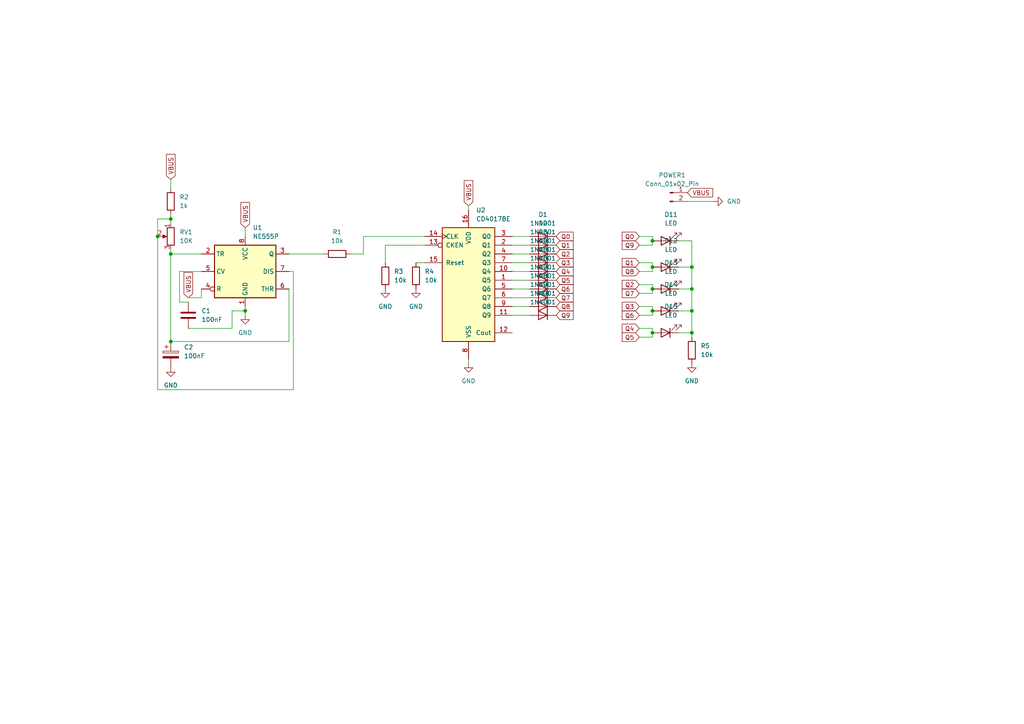
<source format=kicad_sch>
(kicad_sch (version 20230121) (generator eeschema)

  (uuid 1554ed8a-f6d9-4b63-9030-e85647b06d3d)

  (paper "A4")

  (title_block
    (title "KITT THE RULER")
    (date "2023-10-29")
    (rev "1.1")
    (company "Coyote Productions")
  )

  (lib_symbols
    (symbol "4xxx:4017" (pin_names (offset 1.016)) (in_bom yes) (on_board yes)
      (property "Reference" "U" (at -7.62 16.51 0)
        (effects (font (size 1.27 1.27)))
      )
      (property "Value" "4017" (at -7.62 -19.05 0)
        (effects (font (size 1.27 1.27)))
      )
      (property "Footprint" "" (at 0 0 0)
        (effects (font (size 1.27 1.27)) hide)
      )
      (property "Datasheet" "http://www.intersil.com/content/dam/Intersil/documents/cd40/cd4017bms-22bms.pdf" (at 0 0 0)
        (effects (font (size 1.27 1.27)) hide)
      )
      (property "ki_locked" "" (at 0 0 0)
        (effects (font (size 1.27 1.27)))
      )
      (property "ki_keywords" "CNT CNT10" (at 0 0 0)
        (effects (font (size 1.27 1.27)) hide)
      )
      (property "ki_description" "Johnson Counter ( 10 outputs )" (at 0 0 0)
        (effects (font (size 1.27 1.27)) hide)
      )
      (property "ki_fp_filters" "DIP?16*" (at 0 0 0)
        (effects (font (size 1.27 1.27)) hide)
      )
      (symbol "4017_1_0"
        (pin output line (at 12.7 0 180) (length 5.08)
          (name "Q5" (effects (font (size 1.27 1.27))))
          (number "1" (effects (font (size 1.27 1.27))))
        )
        (pin output line (at 12.7 2.54 180) (length 5.08)
          (name "Q4" (effects (font (size 1.27 1.27))))
          (number "10" (effects (font (size 1.27 1.27))))
        )
        (pin output line (at 12.7 -10.16 180) (length 5.08)
          (name "Q9" (effects (font (size 1.27 1.27))))
          (number "11" (effects (font (size 1.27 1.27))))
        )
        (pin output line (at 12.7 -15.24 180) (length 5.08)
          (name "Cout" (effects (font (size 1.27 1.27))))
          (number "12" (effects (font (size 1.27 1.27))))
        )
        (pin input inverted (at -12.7 10.16 0) (length 5.08)
          (name "CKEN" (effects (font (size 1.27 1.27))))
          (number "13" (effects (font (size 1.27 1.27))))
        )
        (pin input clock (at -12.7 12.7 0) (length 5.08)
          (name "CLK" (effects (font (size 1.27 1.27))))
          (number "14" (effects (font (size 1.27 1.27))))
        )
        (pin input line (at -12.7 5.08 0) (length 5.08)
          (name "Reset" (effects (font (size 1.27 1.27))))
          (number "15" (effects (font (size 1.27 1.27))))
        )
        (pin power_in line (at 0 20.32 270) (length 5.08)
          (name "VDD" (effects (font (size 1.27 1.27))))
          (number "16" (effects (font (size 1.27 1.27))))
        )
        (pin output line (at 12.7 10.16 180) (length 5.08)
          (name "Q1" (effects (font (size 1.27 1.27))))
          (number "2" (effects (font (size 1.27 1.27))))
        )
        (pin output line (at 12.7 12.7 180) (length 5.08)
          (name "Q0" (effects (font (size 1.27 1.27))))
          (number "3" (effects (font (size 1.27 1.27))))
        )
        (pin output line (at 12.7 7.62 180) (length 5.08)
          (name "Q2" (effects (font (size 1.27 1.27))))
          (number "4" (effects (font (size 1.27 1.27))))
        )
        (pin output line (at 12.7 -2.54 180) (length 5.08)
          (name "Q6" (effects (font (size 1.27 1.27))))
          (number "5" (effects (font (size 1.27 1.27))))
        )
        (pin output line (at 12.7 -5.08 180) (length 5.08)
          (name "Q7" (effects (font (size 1.27 1.27))))
          (number "6" (effects (font (size 1.27 1.27))))
        )
        (pin output line (at 12.7 5.08 180) (length 5.08)
          (name "Q3" (effects (font (size 1.27 1.27))))
          (number "7" (effects (font (size 1.27 1.27))))
        )
        (pin power_in line (at 0 -22.86 90) (length 5.08)
          (name "VSS" (effects (font (size 1.27 1.27))))
          (number "8" (effects (font (size 1.27 1.27))))
        )
        (pin output line (at 12.7 -7.62 180) (length 5.08)
          (name "Q8" (effects (font (size 1.27 1.27))))
          (number "9" (effects (font (size 1.27 1.27))))
        )
      )
      (symbol "4017_1_1"
        (rectangle (start -7.62 15.24) (end 7.62 -17.78)
          (stroke (width 0.254) (type default))
          (fill (type background))
        )
      )
    )
    (symbol "Connector:Conn_01x02_Pin" (pin_names (offset 1.016) hide) (in_bom yes) (on_board yes)
      (property "Reference" "J" (at 0 2.54 0)
        (effects (font (size 1.27 1.27)))
      )
      (property "Value" "Conn_01x02_Pin" (at 0 -5.08 0)
        (effects (font (size 1.27 1.27)))
      )
      (property "Footprint" "" (at 0 0 0)
        (effects (font (size 1.27 1.27)) hide)
      )
      (property "Datasheet" "~" (at 0 0 0)
        (effects (font (size 1.27 1.27)) hide)
      )
      (property "ki_locked" "" (at 0 0 0)
        (effects (font (size 1.27 1.27)))
      )
      (property "ki_keywords" "connector" (at 0 0 0)
        (effects (font (size 1.27 1.27)) hide)
      )
      (property "ki_description" "Generic connector, single row, 01x02, script generated" (at 0 0 0)
        (effects (font (size 1.27 1.27)) hide)
      )
      (property "ki_fp_filters" "Connector*:*_1x??_*" (at 0 0 0)
        (effects (font (size 1.27 1.27)) hide)
      )
      (symbol "Conn_01x02_Pin_1_1"
        (polyline
          (pts
            (xy 1.27 -2.54)
            (xy 0.8636 -2.54)
          )
          (stroke (width 0.1524) (type default))
          (fill (type none))
        )
        (polyline
          (pts
            (xy 1.27 0)
            (xy 0.8636 0)
          )
          (stroke (width 0.1524) (type default))
          (fill (type none))
        )
        (rectangle (start 0.8636 -2.413) (end 0 -2.667)
          (stroke (width 0.1524) (type default))
          (fill (type outline))
        )
        (rectangle (start 0.8636 0.127) (end 0 -0.127)
          (stroke (width 0.1524) (type default))
          (fill (type outline))
        )
        (pin passive line (at 5.08 0 180) (length 3.81)
          (name "Pin_1" (effects (font (size 1.27 1.27))))
          (number "1" (effects (font (size 1.27 1.27))))
        )
        (pin passive line (at 5.08 -2.54 180) (length 3.81)
          (name "Pin_2" (effects (font (size 1.27 1.27))))
          (number "2" (effects (font (size 1.27 1.27))))
        )
      )
    )
    (symbol "Device:C" (pin_numbers hide) (pin_names (offset 0.254)) (in_bom yes) (on_board yes)
      (property "Reference" "C" (at 0.635 2.54 0)
        (effects (font (size 1.27 1.27)) (justify left))
      )
      (property "Value" "C" (at 0.635 -2.54 0)
        (effects (font (size 1.27 1.27)) (justify left))
      )
      (property "Footprint" "" (at 0.9652 -3.81 0)
        (effects (font (size 1.27 1.27)) hide)
      )
      (property "Datasheet" "~" (at 0 0 0)
        (effects (font (size 1.27 1.27)) hide)
      )
      (property "ki_keywords" "cap capacitor" (at 0 0 0)
        (effects (font (size 1.27 1.27)) hide)
      )
      (property "ki_description" "Unpolarized capacitor" (at 0 0 0)
        (effects (font (size 1.27 1.27)) hide)
      )
      (property "ki_fp_filters" "C_*" (at 0 0 0)
        (effects (font (size 1.27 1.27)) hide)
      )
      (symbol "C_0_1"
        (polyline
          (pts
            (xy -2.032 -0.762)
            (xy 2.032 -0.762)
          )
          (stroke (width 0.508) (type default))
          (fill (type none))
        )
        (polyline
          (pts
            (xy -2.032 0.762)
            (xy 2.032 0.762)
          )
          (stroke (width 0.508) (type default))
          (fill (type none))
        )
      )
      (symbol "C_1_1"
        (pin passive line (at 0 3.81 270) (length 2.794)
          (name "~" (effects (font (size 1.27 1.27))))
          (number "1" (effects (font (size 1.27 1.27))))
        )
        (pin passive line (at 0 -3.81 90) (length 2.794)
          (name "~" (effects (font (size 1.27 1.27))))
          (number "2" (effects (font (size 1.27 1.27))))
        )
      )
    )
    (symbol "Device:C_Polarized" (pin_numbers hide) (pin_names (offset 0.254)) (in_bom yes) (on_board yes)
      (property "Reference" "C" (at 0.635 2.54 0)
        (effects (font (size 1.27 1.27)) (justify left))
      )
      (property "Value" "C_Polarized" (at 0.635 -2.54 0)
        (effects (font (size 1.27 1.27)) (justify left))
      )
      (property "Footprint" "" (at 0.9652 -3.81 0)
        (effects (font (size 1.27 1.27)) hide)
      )
      (property "Datasheet" "~" (at 0 0 0)
        (effects (font (size 1.27 1.27)) hide)
      )
      (property "ki_keywords" "cap capacitor" (at 0 0 0)
        (effects (font (size 1.27 1.27)) hide)
      )
      (property "ki_description" "Polarized capacitor" (at 0 0 0)
        (effects (font (size 1.27 1.27)) hide)
      )
      (property "ki_fp_filters" "CP_*" (at 0 0 0)
        (effects (font (size 1.27 1.27)) hide)
      )
      (symbol "C_Polarized_0_1"
        (rectangle (start -2.286 0.508) (end 2.286 1.016)
          (stroke (width 0) (type default))
          (fill (type none))
        )
        (polyline
          (pts
            (xy -1.778 2.286)
            (xy -0.762 2.286)
          )
          (stroke (width 0) (type default))
          (fill (type none))
        )
        (polyline
          (pts
            (xy -1.27 2.794)
            (xy -1.27 1.778)
          )
          (stroke (width 0) (type default))
          (fill (type none))
        )
        (rectangle (start 2.286 -0.508) (end -2.286 -1.016)
          (stroke (width 0) (type default))
          (fill (type outline))
        )
      )
      (symbol "C_Polarized_1_1"
        (pin passive line (at 0 3.81 270) (length 2.794)
          (name "~" (effects (font (size 1.27 1.27))))
          (number "1" (effects (font (size 1.27 1.27))))
        )
        (pin passive line (at 0 -3.81 90) (length 2.794)
          (name "~" (effects (font (size 1.27 1.27))))
          (number "2" (effects (font (size 1.27 1.27))))
        )
      )
    )
    (symbol "Device:LED" (pin_numbers hide) (pin_names (offset 1.016) hide) (in_bom yes) (on_board yes)
      (property "Reference" "D" (at 0 2.54 0)
        (effects (font (size 1.27 1.27)))
      )
      (property "Value" "LED" (at 0 -2.54 0)
        (effects (font (size 1.27 1.27)))
      )
      (property "Footprint" "" (at 0 0 0)
        (effects (font (size 1.27 1.27)) hide)
      )
      (property "Datasheet" "~" (at 0 0 0)
        (effects (font (size 1.27 1.27)) hide)
      )
      (property "ki_keywords" "LED diode" (at 0 0 0)
        (effects (font (size 1.27 1.27)) hide)
      )
      (property "ki_description" "Light emitting diode" (at 0 0 0)
        (effects (font (size 1.27 1.27)) hide)
      )
      (property "ki_fp_filters" "LED* LED_SMD:* LED_THT:*" (at 0 0 0)
        (effects (font (size 1.27 1.27)) hide)
      )
      (symbol "LED_0_1"
        (polyline
          (pts
            (xy -1.27 -1.27)
            (xy -1.27 1.27)
          )
          (stroke (width 0.254) (type default))
          (fill (type none))
        )
        (polyline
          (pts
            (xy -1.27 0)
            (xy 1.27 0)
          )
          (stroke (width 0) (type default))
          (fill (type none))
        )
        (polyline
          (pts
            (xy 1.27 -1.27)
            (xy 1.27 1.27)
            (xy -1.27 0)
            (xy 1.27 -1.27)
          )
          (stroke (width 0.254) (type default))
          (fill (type none))
        )
        (polyline
          (pts
            (xy -3.048 -0.762)
            (xy -4.572 -2.286)
            (xy -3.81 -2.286)
            (xy -4.572 -2.286)
            (xy -4.572 -1.524)
          )
          (stroke (width 0) (type default))
          (fill (type none))
        )
        (polyline
          (pts
            (xy -1.778 -0.762)
            (xy -3.302 -2.286)
            (xy -2.54 -2.286)
            (xy -3.302 -2.286)
            (xy -3.302 -1.524)
          )
          (stroke (width 0) (type default))
          (fill (type none))
        )
      )
      (symbol "LED_1_1"
        (pin passive line (at -3.81 0 0) (length 2.54)
          (name "K" (effects (font (size 1.27 1.27))))
          (number "1" (effects (font (size 1.27 1.27))))
        )
        (pin passive line (at 3.81 0 180) (length 2.54)
          (name "A" (effects (font (size 1.27 1.27))))
          (number "2" (effects (font (size 1.27 1.27))))
        )
      )
    )
    (symbol "Device:R" (pin_numbers hide) (pin_names (offset 0)) (in_bom yes) (on_board yes)
      (property "Reference" "R" (at 2.032 0 90)
        (effects (font (size 1.27 1.27)))
      )
      (property "Value" "R" (at 0 0 90)
        (effects (font (size 1.27 1.27)))
      )
      (property "Footprint" "" (at -1.778 0 90)
        (effects (font (size 1.27 1.27)) hide)
      )
      (property "Datasheet" "~" (at 0 0 0)
        (effects (font (size 1.27 1.27)) hide)
      )
      (property "ki_keywords" "R res resistor" (at 0 0 0)
        (effects (font (size 1.27 1.27)) hide)
      )
      (property "ki_description" "Resistor" (at 0 0 0)
        (effects (font (size 1.27 1.27)) hide)
      )
      (property "ki_fp_filters" "R_*" (at 0 0 0)
        (effects (font (size 1.27 1.27)) hide)
      )
      (symbol "R_0_1"
        (rectangle (start -1.016 -2.54) (end 1.016 2.54)
          (stroke (width 0.254) (type default))
          (fill (type none))
        )
      )
      (symbol "R_1_1"
        (pin passive line (at 0 3.81 270) (length 1.27)
          (name "~" (effects (font (size 1.27 1.27))))
          (number "1" (effects (font (size 1.27 1.27))))
        )
        (pin passive line (at 0 -3.81 90) (length 1.27)
          (name "~" (effects (font (size 1.27 1.27))))
          (number "2" (effects (font (size 1.27 1.27))))
        )
      )
    )
    (symbol "Device:R_Potentiometer" (pin_names (offset 1.016) hide) (in_bom yes) (on_board yes)
      (property "Reference" "RV" (at -4.445 0 90)
        (effects (font (size 1.27 1.27)))
      )
      (property "Value" "R_Potentiometer" (at -2.54 0 90)
        (effects (font (size 1.27 1.27)))
      )
      (property "Footprint" "" (at 0 0 0)
        (effects (font (size 1.27 1.27)) hide)
      )
      (property "Datasheet" "~" (at 0 0 0)
        (effects (font (size 1.27 1.27)) hide)
      )
      (property "ki_keywords" "resistor variable" (at 0 0 0)
        (effects (font (size 1.27 1.27)) hide)
      )
      (property "ki_description" "Potentiometer" (at 0 0 0)
        (effects (font (size 1.27 1.27)) hide)
      )
      (property "ki_fp_filters" "Potentiometer*" (at 0 0 0)
        (effects (font (size 1.27 1.27)) hide)
      )
      (symbol "R_Potentiometer_0_1"
        (polyline
          (pts
            (xy 2.54 0)
            (xy 1.524 0)
          )
          (stroke (width 0) (type default))
          (fill (type none))
        )
        (polyline
          (pts
            (xy 1.143 0)
            (xy 2.286 0.508)
            (xy 2.286 -0.508)
            (xy 1.143 0)
          )
          (stroke (width 0) (type default))
          (fill (type outline))
        )
        (rectangle (start 1.016 2.54) (end -1.016 -2.54)
          (stroke (width 0.254) (type default))
          (fill (type none))
        )
      )
      (symbol "R_Potentiometer_1_1"
        (pin passive line (at 0 3.81 270) (length 1.27)
          (name "1" (effects (font (size 1.27 1.27))))
          (number "1" (effects (font (size 1.27 1.27))))
        )
        (pin passive line (at 3.81 0 180) (length 1.27)
          (name "2" (effects (font (size 1.27 1.27))))
          (number "2" (effects (font (size 1.27 1.27))))
        )
        (pin passive line (at 0 -3.81 90) (length 1.27)
          (name "3" (effects (font (size 1.27 1.27))))
          (number "3" (effects (font (size 1.27 1.27))))
        )
      )
    )
    (symbol "Diode:1N4001" (pin_numbers hide) (pin_names hide) (in_bom yes) (on_board yes)
      (property "Reference" "D" (at 0 2.54 0)
        (effects (font (size 1.27 1.27)))
      )
      (property "Value" "1N4001" (at 0 -2.54 0)
        (effects (font (size 1.27 1.27)))
      )
      (property "Footprint" "Diode_THT:D_DO-41_SOD81_P10.16mm_Horizontal" (at 0 0 0)
        (effects (font (size 1.27 1.27)) hide)
      )
      (property "Datasheet" "http://www.vishay.com/docs/88503/1n4001.pdf" (at 0 0 0)
        (effects (font (size 1.27 1.27)) hide)
      )
      (property "Sim.Device" "D" (at 0 0 0)
        (effects (font (size 1.27 1.27)) hide)
      )
      (property "Sim.Pins" "1=K 2=A" (at 0 0 0)
        (effects (font (size 1.27 1.27)) hide)
      )
      (property "ki_keywords" "diode" (at 0 0 0)
        (effects (font (size 1.27 1.27)) hide)
      )
      (property "ki_description" "50V 1A General Purpose Rectifier Diode, DO-41" (at 0 0 0)
        (effects (font (size 1.27 1.27)) hide)
      )
      (property "ki_fp_filters" "D*DO?41*" (at 0 0 0)
        (effects (font (size 1.27 1.27)) hide)
      )
      (symbol "1N4001_0_1"
        (polyline
          (pts
            (xy -1.27 1.27)
            (xy -1.27 -1.27)
          )
          (stroke (width 0.254) (type default))
          (fill (type none))
        )
        (polyline
          (pts
            (xy 1.27 0)
            (xy -1.27 0)
          )
          (stroke (width 0) (type default))
          (fill (type none))
        )
        (polyline
          (pts
            (xy 1.27 1.27)
            (xy 1.27 -1.27)
            (xy -1.27 0)
            (xy 1.27 1.27)
          )
          (stroke (width 0.254) (type default))
          (fill (type none))
        )
      )
      (symbol "1N4001_1_1"
        (pin passive line (at -3.81 0 0) (length 2.54)
          (name "K" (effects (font (size 1.27 1.27))))
          (number "1" (effects (font (size 1.27 1.27))))
        )
        (pin passive line (at 3.81 0 180) (length 2.54)
          (name "A" (effects (font (size 1.27 1.27))))
          (number "2" (effects (font (size 1.27 1.27))))
        )
      )
    )
    (symbol "Timer:NE555P" (in_bom yes) (on_board yes)
      (property "Reference" "U" (at -10.16 8.89 0)
        (effects (font (size 1.27 1.27)) (justify left))
      )
      (property "Value" "NE555P" (at 2.54 8.89 0)
        (effects (font (size 1.27 1.27)) (justify left))
      )
      (property "Footprint" "Package_DIP:DIP-8_W7.62mm" (at 16.51 -10.16 0)
        (effects (font (size 1.27 1.27)) hide)
      )
      (property "Datasheet" "http://www.ti.com/lit/ds/symlink/ne555.pdf" (at 21.59 -10.16 0)
        (effects (font (size 1.27 1.27)) hide)
      )
      (property "ki_keywords" "single timer 555" (at 0 0 0)
        (effects (font (size 1.27 1.27)) hide)
      )
      (property "ki_description" "Precision Timers, 555 compatible,  PDIP-8" (at 0 0 0)
        (effects (font (size 1.27 1.27)) hide)
      )
      (property "ki_fp_filters" "DIP*W7.62mm*" (at 0 0 0)
        (effects (font (size 1.27 1.27)) hide)
      )
      (symbol "NE555P_0_0"
        (pin power_in line (at 0 -10.16 90) (length 2.54)
          (name "GND" (effects (font (size 1.27 1.27))))
          (number "1" (effects (font (size 1.27 1.27))))
        )
        (pin power_in line (at 0 10.16 270) (length 2.54)
          (name "VCC" (effects (font (size 1.27 1.27))))
          (number "8" (effects (font (size 1.27 1.27))))
        )
      )
      (symbol "NE555P_0_1"
        (rectangle (start -8.89 -7.62) (end 8.89 7.62)
          (stroke (width 0.254) (type default))
          (fill (type background))
        )
        (rectangle (start -8.89 -7.62) (end 8.89 7.62)
          (stroke (width 0.254) (type default))
          (fill (type background))
        )
      )
      (symbol "NE555P_1_1"
        (pin input line (at -12.7 5.08 0) (length 3.81)
          (name "TR" (effects (font (size 1.27 1.27))))
          (number "2" (effects (font (size 1.27 1.27))))
        )
        (pin output line (at 12.7 5.08 180) (length 3.81)
          (name "Q" (effects (font (size 1.27 1.27))))
          (number "3" (effects (font (size 1.27 1.27))))
        )
        (pin input inverted (at -12.7 -5.08 0) (length 3.81)
          (name "R" (effects (font (size 1.27 1.27))))
          (number "4" (effects (font (size 1.27 1.27))))
        )
        (pin input line (at -12.7 0 0) (length 3.81)
          (name "CV" (effects (font (size 1.27 1.27))))
          (number "5" (effects (font (size 1.27 1.27))))
        )
        (pin input line (at 12.7 -5.08 180) (length 3.81)
          (name "THR" (effects (font (size 1.27 1.27))))
          (number "6" (effects (font (size 1.27 1.27))))
        )
        (pin input line (at 12.7 0 180) (length 3.81)
          (name "DIS" (effects (font (size 1.27 1.27))))
          (number "7" (effects (font (size 1.27 1.27))))
        )
      )
    )
    (symbol "power:GND" (power) (pin_names (offset 0)) (in_bom yes) (on_board yes)
      (property "Reference" "#PWR" (at 0 -6.35 0)
        (effects (font (size 1.27 1.27)) hide)
      )
      (property "Value" "GND" (at 0 -3.81 0)
        (effects (font (size 1.27 1.27)))
      )
      (property "Footprint" "" (at 0 0 0)
        (effects (font (size 1.27 1.27)) hide)
      )
      (property "Datasheet" "" (at 0 0 0)
        (effects (font (size 1.27 1.27)) hide)
      )
      (property "ki_keywords" "global power" (at 0 0 0)
        (effects (font (size 1.27 1.27)) hide)
      )
      (property "ki_description" "Power symbol creates a global label with name \"GND\" , ground" (at 0 0 0)
        (effects (font (size 1.27 1.27)) hide)
      )
      (symbol "GND_0_1"
        (polyline
          (pts
            (xy 0 0)
            (xy 0 -1.27)
            (xy 1.27 -1.27)
            (xy 0 -2.54)
            (xy -1.27 -1.27)
            (xy 0 -1.27)
          )
          (stroke (width 0) (type default))
          (fill (type none))
        )
      )
      (symbol "GND_1_1"
        (pin power_in line (at 0 0 270) (length 0) hide
          (name "GND" (effects (font (size 1.27 1.27))))
          (number "1" (effects (font (size 1.27 1.27))))
        )
      )
    )
  )

  (junction (at 200.66 77.47) (diameter 0) (color 0 0 0 0)
    (uuid 0d6c7df9-c19b-45e6-846c-f10396f03a0d)
  )
  (junction (at 189.23 69.85) (diameter 0) (color 0 0 0 0)
    (uuid 254be961-be9b-43e6-b7a1-e123de3f6d99)
  )
  (junction (at 189.23 77.47) (diameter 0) (color 0 0 0 0)
    (uuid 3a4dd49d-df43-4f86-a668-b5a8b8456376)
  )
  (junction (at 49.53 63.5) (diameter 0) (color 0 0 0 0)
    (uuid 5bde9483-245d-47d4-b1ec-9770265f944a)
  )
  (junction (at 71.12 90.17) (diameter 0) (color 0 0 0 0)
    (uuid 5e715a58-ebab-4044-9521-7533df94ea3b)
  )
  (junction (at 189.23 96.52) (diameter 0) (color 0 0 0 0)
    (uuid 68613e6d-db9d-4917-8fc5-8c2d7e727e43)
  )
  (junction (at 200.66 96.52) (diameter 0) (color 0 0 0 0)
    (uuid 715e7dd9-e687-45a2-9626-35e1a841eea7)
  )
  (junction (at 49.53 99.06) (diameter 0) (color 0 0 0 0)
    (uuid 7e39aabf-4e06-40d6-a83d-9801d260c1ae)
  )
  (junction (at 49.53 73.66) (diameter 0) (color 0 0 0 0)
    (uuid 7efa2f12-d26a-4af7-a8ee-bb6818ff8158)
  )
  (junction (at 200.66 83.82) (diameter 0) (color 0 0 0 0)
    (uuid 83bd0570-fdb3-4eb4-86e1-3a45ab367f15)
  )
  (junction (at 45.72 68.58) (diameter 0) (color 0 0 0 0)
    (uuid 9544ae74-9bbe-48ca-b802-7d7298912bc3)
  )
  (junction (at 200.66 90.17) (diameter 0) (color 0 0 0 0)
    (uuid adec10e2-dc54-4776-b347-3f4f92282843)
  )
  (junction (at 189.23 83.82) (diameter 0) (color 0 0 0 0)
    (uuid c4cfb823-e8c0-43fd-8994-537c147a88d7)
  )
  (junction (at 189.23 90.17) (diameter 0) (color 0 0 0 0)
    (uuid e4e9e2ba-53cf-48a1-a383-bb8e310e562d)
  )

  (wire (pts (xy 49.53 52.07) (xy 49.53 54.61))
    (stroke (width 0) (type default))
    (uuid 02ef866e-1263-459d-b1c6-ecda2d1727b4)
  )
  (wire (pts (xy 83.82 83.82) (xy 83.82 99.06))
    (stroke (width 0) (type default))
    (uuid 052f4eb8-35d4-46d3-b430-07cc682ed5a1)
  )
  (wire (pts (xy 45.72 68.58) (xy 45.72 113.03))
    (stroke (width 0) (type default))
    (uuid 09d881d3-6771-4272-a908-6d46e9e4fd1d)
  )
  (wire (pts (xy 45.72 113.03) (xy 85.09 113.03))
    (stroke (width 0) (type default))
    (uuid 10af7624-b371-4605-bddb-71193950a845)
  )
  (wire (pts (xy 196.85 69.85) (xy 200.66 69.85))
    (stroke (width 0) (type default))
    (uuid 13b19dab-20f8-46ed-a058-f52954d51205)
  )
  (wire (pts (xy 185.42 68.58) (xy 189.23 68.58))
    (stroke (width 0) (type default))
    (uuid 1d6b5eac-0730-4189-947c-51d92d30f75f)
  )
  (wire (pts (xy 185.42 82.55) (xy 189.23 82.55))
    (stroke (width 0) (type default))
    (uuid 1f5645e3-a949-4a53-9fba-6dab9d45be9f)
  )
  (wire (pts (xy 189.23 95.25) (xy 189.23 96.52))
    (stroke (width 0) (type default))
    (uuid 200b7a46-ae5a-4fb7-b0f2-955e833ceaf8)
  )
  (wire (pts (xy 123.19 76.2) (xy 120.65 76.2))
    (stroke (width 0) (type default))
    (uuid 23795ec9-c131-4fa8-a258-12b0a444db24)
  )
  (wire (pts (xy 185.42 97.79) (xy 189.23 97.79))
    (stroke (width 0) (type default))
    (uuid 2a35f49a-bfbf-4fdf-93bf-fcf9e3e56110)
  )
  (wire (pts (xy 185.42 76.2) (xy 189.23 76.2))
    (stroke (width 0) (type default))
    (uuid 2ae41fd1-65e5-447d-a30c-0a61afafb2b5)
  )
  (wire (pts (xy 101.6 73.66) (xy 105.41 73.66))
    (stroke (width 0) (type default))
    (uuid 2f925807-2b12-476d-85f8-7761b80396c9)
  )
  (wire (pts (xy 196.85 77.47) (xy 200.66 77.47))
    (stroke (width 0) (type default))
    (uuid 32e25975-8f22-497a-84cb-810518b4577c)
  )
  (wire (pts (xy 85.09 78.74) (xy 83.82 78.74))
    (stroke (width 0) (type default))
    (uuid 353650c3-9883-4781-955a-0600a2e4ff3b)
  )
  (wire (pts (xy 153.67 86.36) (xy 148.59 86.36))
    (stroke (width 0) (type default))
    (uuid 377c001d-e310-47f6-8d76-8057f6e85967)
  )
  (wire (pts (xy 189.23 91.44) (xy 189.23 90.17))
    (stroke (width 0) (type default))
    (uuid 37b64233-99de-481d-8691-b59d6dcf715a)
  )
  (wire (pts (xy 45.72 63.5) (xy 49.53 63.5))
    (stroke (width 0) (type default))
    (uuid 3c29d736-d6b5-45eb-921b-5f22628fd664)
  )
  (wire (pts (xy 189.23 71.12) (xy 189.23 69.85))
    (stroke (width 0) (type default))
    (uuid 3fa345b1-680a-4733-b219-8cb4b21ae3a5)
  )
  (wire (pts (xy 49.53 72.39) (xy 49.53 73.66))
    (stroke (width 0) (type default))
    (uuid 40220bd0-f4df-43e0-bea5-f53f20b6e38b)
  )
  (wire (pts (xy 135.89 59.69) (xy 135.89 60.96))
    (stroke (width 0) (type default))
    (uuid 43d5ae19-0304-4602-a0b3-1208e0b571d7)
  )
  (wire (pts (xy 196.85 90.17) (xy 200.66 90.17))
    (stroke (width 0) (type default))
    (uuid 47f4777f-d553-4fa0-9341-15081cdc514b)
  )
  (wire (pts (xy 189.23 85.09) (xy 189.23 83.82))
    (stroke (width 0) (type default))
    (uuid 49031b0a-559d-4971-97ab-7a666988a9e6)
  )
  (wire (pts (xy 67.31 95.25) (xy 67.31 90.17))
    (stroke (width 0) (type default))
    (uuid 4e51ed76-b431-4a96-8aa0-6edbe8e3be5d)
  )
  (wire (pts (xy 49.53 73.66) (xy 58.42 73.66))
    (stroke (width 0) (type default))
    (uuid 52f664ca-57c9-4e11-9a5b-cf621b39725d)
  )
  (wire (pts (xy 207.01 58.42) (xy 199.39 58.42))
    (stroke (width 0) (type default))
    (uuid 5a743d12-b5c4-4064-8290-ebb3f26649ee)
  )
  (wire (pts (xy 49.53 99.06) (xy 49.53 73.66))
    (stroke (width 0) (type default))
    (uuid 5eaab584-695d-4540-b0b8-3bd64703c742)
  )
  (wire (pts (xy 49.53 99.06) (xy 83.82 99.06))
    (stroke (width 0) (type default))
    (uuid 622c7535-2bde-4dc3-b408-2c99ca065003)
  )
  (wire (pts (xy 153.67 71.12) (xy 148.59 71.12))
    (stroke (width 0) (type default))
    (uuid 6724c3a9-f624-4703-af64-4125a00879b2)
  )
  (wire (pts (xy 153.67 83.82) (xy 148.59 83.82))
    (stroke (width 0) (type default))
    (uuid 6ddaefde-ad2f-4e33-b4fd-24a1882d9a95)
  )
  (wire (pts (xy 153.67 68.58) (xy 148.59 68.58))
    (stroke (width 0) (type default))
    (uuid 73611ac6-7936-470e-a107-5e7987cc7bc5)
  )
  (wire (pts (xy 189.23 78.74) (xy 189.23 77.47))
    (stroke (width 0) (type default))
    (uuid 7e40223e-8421-4789-b800-b9df37670f67)
  )
  (wire (pts (xy 189.23 82.55) (xy 189.23 83.82))
    (stroke (width 0) (type default))
    (uuid 800f3b48-7849-45b2-9b27-2ad818312d93)
  )
  (wire (pts (xy 153.67 78.74) (xy 148.59 78.74))
    (stroke (width 0) (type default))
    (uuid 83153d21-6825-4c87-8a27-1fd9263c7385)
  )
  (wire (pts (xy 189.23 76.2) (xy 189.23 77.47))
    (stroke (width 0) (type default))
    (uuid 89e51de2-5ef8-440d-9416-79220fa77b38)
  )
  (wire (pts (xy 111.76 71.12) (xy 111.76 76.2))
    (stroke (width 0) (type default))
    (uuid 8a09d35b-5ac3-474c-bb00-31829a33388a)
  )
  (wire (pts (xy 71.12 91.44) (xy 71.12 90.17))
    (stroke (width 0) (type default))
    (uuid 8be8ffa0-235f-4dce-91e2-c5fe046b3f46)
  )
  (wire (pts (xy 196.85 83.82) (xy 200.66 83.82))
    (stroke (width 0) (type default))
    (uuid 8de19ebc-369b-4ff7-8e67-e60065ca3344)
  )
  (wire (pts (xy 85.09 113.03) (xy 85.09 78.74))
    (stroke (width 0) (type default))
    (uuid 8ee8a1fc-6317-4f64-8e2f-970ba0d25340)
  )
  (wire (pts (xy 105.41 68.58) (xy 105.41 73.66))
    (stroke (width 0) (type default))
    (uuid 90089388-347d-44ea-8395-99526d37dfec)
  )
  (wire (pts (xy 45.72 68.58) (xy 45.72 63.5))
    (stroke (width 0) (type default))
    (uuid 913b65a6-be7e-4d55-9db1-2c77bae152f7)
  )
  (wire (pts (xy 153.67 76.2) (xy 148.59 76.2))
    (stroke (width 0) (type default))
    (uuid 96fe0db3-479d-424e-a75a-9f326f830ff9)
  )
  (wire (pts (xy 200.66 83.82) (xy 200.66 90.17))
    (stroke (width 0) (type default))
    (uuid 985016a2-22f2-4048-a917-44f3b109513c)
  )
  (wire (pts (xy 153.67 91.44) (xy 148.59 91.44))
    (stroke (width 0) (type default))
    (uuid a3443784-e36e-414d-b45c-d65b0bd70f2e)
  )
  (wire (pts (xy 185.42 71.12) (xy 189.23 71.12))
    (stroke (width 0) (type default))
    (uuid aa488064-2cc1-414d-be57-e633e17da3b6)
  )
  (wire (pts (xy 189.23 97.79) (xy 189.23 96.52))
    (stroke (width 0) (type default))
    (uuid ab7d5583-8b79-4698-96f0-8ed888844bab)
  )
  (wire (pts (xy 185.42 95.25) (xy 189.23 95.25))
    (stroke (width 0) (type default))
    (uuid ac7896ac-333f-41d6-adb7-8c1e8a663ee0)
  )
  (wire (pts (xy 111.76 71.12) (xy 123.19 71.12))
    (stroke (width 0) (type default))
    (uuid b222268d-e4fc-4840-89c0-76412020b5ab)
  )
  (wire (pts (xy 71.12 66.04) (xy 71.12 68.58))
    (stroke (width 0) (type default))
    (uuid b42465e3-1a3f-49d0-8986-805f8980bb9e)
  )
  (wire (pts (xy 54.61 95.25) (xy 67.31 95.25))
    (stroke (width 0) (type default))
    (uuid b6269ff2-0fc8-4b0d-864d-795f60d5e749)
  )
  (wire (pts (xy 49.53 64.77) (xy 49.53 63.5))
    (stroke (width 0) (type default))
    (uuid b768c9d1-98e4-48a0-8554-15b15f49c10e)
  )
  (wire (pts (xy 185.42 85.09) (xy 189.23 85.09))
    (stroke (width 0) (type default))
    (uuid b91bedeb-82d4-4cee-9519-bb7d0d045198)
  )
  (wire (pts (xy 185.42 78.74) (xy 189.23 78.74))
    (stroke (width 0) (type default))
    (uuid bd39aa17-f721-4f99-8d43-d93f1d699401)
  )
  (wire (pts (xy 185.42 91.44) (xy 189.23 91.44))
    (stroke (width 0) (type default))
    (uuid bd871ae1-7d38-4b84-a296-fce654b800c1)
  )
  (wire (pts (xy 49.53 63.5) (xy 49.53 62.23))
    (stroke (width 0) (type default))
    (uuid bea6cd6d-ffdb-458b-99b3-f22ebae5ea66)
  )
  (wire (pts (xy 58.42 86.36) (xy 58.42 83.82))
    (stroke (width 0) (type default))
    (uuid c13a30f6-d982-48ea-acb1-3345b754bb77)
  )
  (wire (pts (xy 153.67 81.28) (xy 148.59 81.28))
    (stroke (width 0) (type default))
    (uuid c3e98a01-8212-44ae-ba37-75bc3ea165a2)
  )
  (wire (pts (xy 153.67 73.66) (xy 148.59 73.66))
    (stroke (width 0) (type default))
    (uuid c510b7aa-d54d-402b-bac7-621dbb314c48)
  )
  (wire (pts (xy 71.12 90.17) (xy 71.12 88.9))
    (stroke (width 0) (type default))
    (uuid c563a9dd-f02b-42d2-973b-9f449f17d9fc)
  )
  (wire (pts (xy 196.85 96.52) (xy 200.66 96.52))
    (stroke (width 0) (type default))
    (uuid d069e3f8-6588-480a-ab16-d902ea7b1250)
  )
  (wire (pts (xy 200.66 96.52) (xy 200.66 97.79))
    (stroke (width 0) (type default))
    (uuid d335ca39-3717-457c-92d8-704e46a3b74d)
  )
  (wire (pts (xy 135.89 105.41) (xy 135.89 104.14))
    (stroke (width 0) (type default))
    (uuid d7e98225-3d77-446e-8d35-a908aaf45ea5)
  )
  (wire (pts (xy 189.23 88.9) (xy 189.23 90.17))
    (stroke (width 0) (type default))
    (uuid d818e290-251a-4ebc-a8f9-00dd599b3d41)
  )
  (wire (pts (xy 58.42 78.74) (xy 52.07 78.74))
    (stroke (width 0) (type default))
    (uuid de430157-9392-4ffe-a929-3eefe889f74a)
  )
  (wire (pts (xy 200.66 69.85) (xy 200.66 77.47))
    (stroke (width 0) (type default))
    (uuid dee9247d-50de-45c8-9ee3-7e1283c65bdb)
  )
  (wire (pts (xy 67.31 90.17) (xy 71.12 90.17))
    (stroke (width 0) (type default))
    (uuid e05f8a30-34ad-4635-b865-7dac45e2b35c)
  )
  (wire (pts (xy 54.61 86.36) (xy 58.42 86.36))
    (stroke (width 0) (type default))
    (uuid e38ffa9c-b055-4f63-9ee5-ecb337d0da46)
  )
  (wire (pts (xy 52.07 78.74) (xy 52.07 87.63))
    (stroke (width 0) (type default))
    (uuid e7548f6b-adc1-43cb-921e-d637a26cb913)
  )
  (wire (pts (xy 153.67 88.9) (xy 148.59 88.9))
    (stroke (width 0) (type default))
    (uuid f1dc8f22-0e32-4f91-8a12-816af70ce832)
  )
  (wire (pts (xy 123.19 68.58) (xy 105.41 68.58))
    (stroke (width 0) (type default))
    (uuid f25c4414-d3df-491e-95fe-cd61eac28fb2)
  )
  (wire (pts (xy 189.23 68.58) (xy 189.23 69.85))
    (stroke (width 0) (type default))
    (uuid f7b05eaa-e2ef-46b0-a2aa-d4511bdcca43)
  )
  (wire (pts (xy 200.66 77.47) (xy 200.66 83.82))
    (stroke (width 0) (type default))
    (uuid f9797a29-a544-4348-9a41-83e9a136be6c)
  )
  (wire (pts (xy 52.07 87.63) (xy 54.61 87.63))
    (stroke (width 0) (type default))
    (uuid fa024608-d244-447a-8b23-18c7c6c4fc38)
  )
  (wire (pts (xy 185.42 88.9) (xy 189.23 88.9))
    (stroke (width 0) (type default))
    (uuid fbe767f6-5d2b-4dfb-ba9b-2cc925079f28)
  )
  (wire (pts (xy 200.66 90.17) (xy 200.66 96.52))
    (stroke (width 0) (type default))
    (uuid fd0f4bf6-c91c-433c-b465-967797c6e30c)
  )
  (wire (pts (xy 83.82 73.66) (xy 93.98 73.66))
    (stroke (width 0) (type default))
    (uuid feb00ebe-d504-446f-acc0-8f580fb1ca30)
  )

  (global_label "Q0" (shape input) (at 185.42 68.58 180) (fields_autoplaced)
    (effects (font (size 1.27 1.27)) (justify right))
    (uuid 012e3fc4-d733-49b1-a015-901a37001422)
    (property "Intersheetrefs" "${INTERSHEET_REFS}" (at 179.8948 68.58 0)
      (effects (font (size 1.27 1.27)) (justify right) hide)
    )
  )
  (global_label "Q4" (shape input) (at 185.42 95.25 180) (fields_autoplaced)
    (effects (font (size 1.27 1.27)) (justify right))
    (uuid 09656a39-4887-4981-974e-930583080a04)
    (property "Intersheetrefs" "${INTERSHEET_REFS}" (at 179.8948 95.25 0)
      (effects (font (size 1.27 1.27)) (justify right) hide)
    )
  )
  (global_label "VBUS" (shape input) (at 71.12 66.04 90) (fields_autoplaced)
    (effects (font (size 1.27 1.27)) (justify left))
    (uuid 17fec655-8fcb-4a95-9017-576573f216f2)
    (property "Intersheetrefs" "${INTERSHEET_REFS}" (at 71.12 58.1562 90)
      (effects (font (size 1.27 1.27)) (justify left) hide)
    )
  )
  (global_label "VBUS" (shape input) (at 49.53 52.07 90) (fields_autoplaced)
    (effects (font (size 1.27 1.27)) (justify left))
    (uuid 1fec4619-93d5-43a3-b403-08c059994962)
    (property "Intersheetrefs" "${INTERSHEET_REFS}" (at 49.53 44.1862 90)
      (effects (font (size 1.27 1.27)) (justify left) hide)
    )
  )
  (global_label "Q9" (shape input) (at 161.29 91.44 0) (fields_autoplaced)
    (effects (font (size 1.27 1.27)) (justify left))
    (uuid 2503269d-d1e8-40a7-8c7a-20b49ad8582a)
    (property "Intersheetrefs" "${INTERSHEET_REFS}" (at 166.8152 91.44 0)
      (effects (font (size 1.27 1.27)) (justify left) hide)
    )
  )
  (global_label "VBUS" (shape input) (at 199.39 55.88 0) (fields_autoplaced)
    (effects (font (size 1.27 1.27)) (justify left))
    (uuid 2e87d58f-c842-466f-87cf-5db857131ebf)
    (property "Intersheetrefs" "${INTERSHEET_REFS}" (at 207.2738 55.88 0)
      (effects (font (size 1.27 1.27)) (justify left) hide)
    )
  )
  (global_label "Q2" (shape input) (at 185.42 82.55 180) (fields_autoplaced)
    (effects (font (size 1.27 1.27)) (justify right))
    (uuid 333c2203-c5be-474c-b02e-60798b3a19be)
    (property "Intersheetrefs" "${INTERSHEET_REFS}" (at 179.8948 82.55 0)
      (effects (font (size 1.27 1.27)) (justify right) hide)
    )
  )
  (global_label "Q0" (shape input) (at 161.29 68.58 0) (fields_autoplaced)
    (effects (font (size 1.27 1.27)) (justify left))
    (uuid 3869c512-cbd0-4e55-8cde-85f49a0b54bf)
    (property "Intersheetrefs" "${INTERSHEET_REFS}" (at 166.8152 68.58 0)
      (effects (font (size 1.27 1.27)) (justify left) hide)
    )
  )
  (global_label "Q9" (shape input) (at 185.42 71.12 180) (fields_autoplaced)
    (effects (font (size 1.27 1.27)) (justify right))
    (uuid 3967f46f-780e-4bde-ab6b-3cdb480ad80b)
    (property "Intersheetrefs" "${INTERSHEET_REFS}" (at 179.8948 71.12 0)
      (effects (font (size 1.27 1.27)) (justify right) hide)
    )
  )
  (global_label "Q1" (shape input) (at 161.29 71.12 0) (fields_autoplaced)
    (effects (font (size 1.27 1.27)) (justify left))
    (uuid 57a61a45-141e-4394-81bc-11fd3d3ce369)
    (property "Intersheetrefs" "${INTERSHEET_REFS}" (at 166.8152 71.12 0)
      (effects (font (size 1.27 1.27)) (justify left) hide)
    )
  )
  (global_label "Q7" (shape input) (at 185.42 85.09 180) (fields_autoplaced)
    (effects (font (size 1.27 1.27)) (justify right))
    (uuid 5d6e0d3b-81c7-40c6-85ad-df1c932f963c)
    (property "Intersheetrefs" "${INTERSHEET_REFS}" (at 179.8948 85.09 0)
      (effects (font (size 1.27 1.27)) (justify right) hide)
    )
  )
  (global_label "Q3" (shape input) (at 185.42 88.9 180) (fields_autoplaced)
    (effects (font (size 1.27 1.27)) (justify right))
    (uuid 655de629-ae82-47df-b90a-b0ba9c38855e)
    (property "Intersheetrefs" "${INTERSHEET_REFS}" (at 179.8948 88.9 0)
      (effects (font (size 1.27 1.27)) (justify right) hide)
    )
  )
  (global_label "Q3" (shape input) (at 161.29 76.2 0) (fields_autoplaced)
    (effects (font (size 1.27 1.27)) (justify left))
    (uuid 701c0ac8-77be-46d7-a125-217040b39e01)
    (property "Intersheetrefs" "${INTERSHEET_REFS}" (at 166.8152 76.2 0)
      (effects (font (size 1.27 1.27)) (justify left) hide)
    )
  )
  (global_label "Q8" (shape input) (at 161.29 88.9 0) (fields_autoplaced)
    (effects (font (size 1.27 1.27)) (justify left))
    (uuid 749915b7-eeee-4421-adc2-72d4ed5423f2)
    (property "Intersheetrefs" "${INTERSHEET_REFS}" (at 166.8152 88.9 0)
      (effects (font (size 1.27 1.27)) (justify left) hide)
    )
  )
  (global_label "Q6" (shape input) (at 185.42 91.44 180) (fields_autoplaced)
    (effects (font (size 1.27 1.27)) (justify right))
    (uuid 7e2b3223-c1d0-4ecb-b68b-7e775eff191b)
    (property "Intersheetrefs" "${INTERSHEET_REFS}" (at 179.8948 91.44 0)
      (effects (font (size 1.27 1.27)) (justify right) hide)
    )
  )
  (global_label "Q6" (shape input) (at 161.29 83.82 0) (fields_autoplaced)
    (effects (font (size 1.27 1.27)) (justify left))
    (uuid 84d36088-9bc3-4aae-8e41-276d60e2f5f4)
    (property "Intersheetrefs" "${INTERSHEET_REFS}" (at 166.8152 83.82 0)
      (effects (font (size 1.27 1.27)) (justify left) hide)
    )
  )
  (global_label "Q8" (shape input) (at 185.42 78.74 180) (fields_autoplaced)
    (effects (font (size 1.27 1.27)) (justify right))
    (uuid 874ee008-b963-43c3-bc04-b5bcd53291d4)
    (property "Intersheetrefs" "${INTERSHEET_REFS}" (at 179.8948 78.74 0)
      (effects (font (size 1.27 1.27)) (justify right) hide)
    )
  )
  (global_label "VBUS" (shape input) (at 135.89 59.69 90) (fields_autoplaced)
    (effects (font (size 1.27 1.27)) (justify left))
    (uuid 920d55d6-1944-4a70-9cde-994d6320ec26)
    (property "Intersheetrefs" "${INTERSHEET_REFS}" (at 135.89 51.8062 90)
      (effects (font (size 1.27 1.27)) (justify left) hide)
    )
  )
  (global_label "Q5" (shape input) (at 161.29 81.28 0) (fields_autoplaced)
    (effects (font (size 1.27 1.27)) (justify left))
    (uuid 92af5d11-d6ae-4a7d-b5d5-258b35eee248)
    (property "Intersheetrefs" "${INTERSHEET_REFS}" (at 166.8152 81.28 0)
      (effects (font (size 1.27 1.27)) (justify left) hide)
    )
  )
  (global_label "Q2" (shape input) (at 161.29 73.66 0) (fields_autoplaced)
    (effects (font (size 1.27 1.27)) (justify left))
    (uuid 9b78f0a1-357d-4647-8d5c-213283f1fe33)
    (property "Intersheetrefs" "${INTERSHEET_REFS}" (at 166.8152 73.66 0)
      (effects (font (size 1.27 1.27)) (justify left) hide)
    )
  )
  (global_label "Q5" (shape input) (at 185.42 97.79 180) (fields_autoplaced)
    (effects (font (size 1.27 1.27)) (justify right))
    (uuid a9b93213-70c6-4000-8565-1bf05362f6dc)
    (property "Intersheetrefs" "${INTERSHEET_REFS}" (at 179.8948 97.79 0)
      (effects (font (size 1.27 1.27)) (justify right) hide)
    )
  )
  (global_label "Q7" (shape input) (at 161.29 86.36 0) (fields_autoplaced)
    (effects (font (size 1.27 1.27)) (justify left))
    (uuid b05a5332-18b5-4fef-9eee-49415da9c811)
    (property "Intersheetrefs" "${INTERSHEET_REFS}" (at 166.8152 86.36 0)
      (effects (font (size 1.27 1.27)) (justify left) hide)
    )
  )
  (global_label "VBUS" (shape input) (at 54.61 86.36 90) (fields_autoplaced)
    (effects (font (size 1.27 1.27)) (justify left))
    (uuid b72881c9-fbe7-47fc-8962-e0d9cc54cb1c)
    (property "Intersheetrefs" "${INTERSHEET_REFS}" (at 54.61 78.4762 90)
      (effects (font (size 1.27 1.27)) (justify left) hide)
    )
  )
  (global_label "Q4" (shape input) (at 161.29 78.74 0) (fields_autoplaced)
    (effects (font (size 1.27 1.27)) (justify left))
    (uuid c64c3470-435f-4443-92e3-a0e7a42f9c3f)
    (property "Intersheetrefs" "${INTERSHEET_REFS}" (at 166.8152 78.74 0)
      (effects (font (size 1.27 1.27)) (justify left) hide)
    )
  )
  (global_label "Q1" (shape input) (at 185.42 76.2 180) (fields_autoplaced)
    (effects (font (size 1.27 1.27)) (justify right))
    (uuid cac130b6-6675-46fc-9af9-b7c3d06a129a)
    (property "Intersheetrefs" "${INTERSHEET_REFS}" (at 179.8948 76.2 0)
      (effects (font (size 1.27 1.27)) (justify right) hide)
    )
  )

  (symbol (lib_id "Diode:1N4001") (at 157.48 73.66 180) (unit 1)
    (in_bom yes) (on_board yes) (dnp no) (fields_autoplaced)
    (uuid 0e4cb8a9-4a91-4a17-a12f-fafb120f7654)
    (property "Reference" "D3" (at 157.48 67.31 0)
      (effects (font (size 1.27 1.27)))
    )
    (property "Value" "1N4001" (at 157.48 69.85 0)
      (effects (font (size 1.27 1.27)))
    )
    (property "Footprint" "Diode_THT:D_DO-41_SOD81_P10.16mm_Horizontal" (at 157.48 73.66 0)
      (effects (font (size 1.27 1.27)) hide)
    )
    (property "Datasheet" "http://www.vishay.com/docs/88503/1n4001.pdf" (at 157.48 73.66 0)
      (effects (font (size 1.27 1.27)) hide)
    )
    (property "Sim.Device" "D" (at 157.48 73.66 0)
      (effects (font (size 1.27 1.27)) hide)
    )
    (property "Sim.Pins" "1=K 2=A" (at 157.48 73.66 0)
      (effects (font (size 1.27 1.27)) hide)
    )
    (pin "1" (uuid b0900e52-2dcc-4879-95a7-6894c1e1e0d4))
    (pin "2" (uuid ab5af732-71b3-4e0c-85c4-51432fd5dfc7))
    (instances
      (project "kitt-sweeper"
        (path "/1554ed8a-f6d9-4b63-9030-e85647b06d3d"
          (reference "D3") (unit 1)
        )
      )
    )
  )

  (symbol (lib_id "Device:LED") (at 193.04 90.17 180) (unit 1)
    (in_bom yes) (on_board yes) (dnp no)
    (uuid 2c3eba7e-e024-4f6f-99d8-b162696538a5)
    (property "Reference" "D14" (at 194.6275 82.55 0)
      (effects (font (size 1.27 1.27)))
    )
    (property "Value" "LED" (at 194.6275 85.09 0)
      (effects (font (size 1.27 1.27)))
    )
    (property "Footprint" "LED_THT:LED_D3.0mm" (at 193.04 90.17 0)
      (effects (font (size 1.27 1.27)) hide)
    )
    (property "Datasheet" "~" (at 193.04 90.17 0)
      (effects (font (size 1.27 1.27)) hide)
    )
    (pin "1" (uuid 8fd15a29-44d3-41e7-8545-a7aec8e34232))
    (pin "2" (uuid a5f731d1-6c07-44ed-926a-bcfd29d228c7))
    (instances
      (project "kitt-sweeper"
        (path "/1554ed8a-f6d9-4b63-9030-e85647b06d3d"
          (reference "D14") (unit 1)
        )
      )
    )
  )

  (symbol (lib_id "power:GND") (at 207.01 58.42 90) (unit 1)
    (in_bom yes) (on_board yes) (dnp no) (fields_autoplaced)
    (uuid 35508cf6-24f4-43e9-91d9-13311450c917)
    (property "Reference" "#PWR04" (at 213.36 58.42 0)
      (effects (font (size 1.27 1.27)) hide)
    )
    (property "Value" "GND" (at 210.82 58.42 90)
      (effects (font (size 1.27 1.27)) (justify right))
    )
    (property "Footprint" "" (at 207.01 58.42 0)
      (effects (font (size 1.27 1.27)) hide)
    )
    (property "Datasheet" "" (at 207.01 58.42 0)
      (effects (font (size 1.27 1.27)) hide)
    )
    (pin "1" (uuid 9f91af44-985b-4288-9605-8d7efe5f6d8c))
    (instances
      (project "kitt-sweeper"
        (path "/1554ed8a-f6d9-4b63-9030-e85647b06d3d"
          (reference "#PWR04") (unit 1)
        )
      )
    )
  )

  (symbol (lib_id "Device:LED") (at 193.04 77.47 180) (unit 1)
    (in_bom yes) (on_board yes) (dnp no) (fields_autoplaced)
    (uuid 3728b6df-4704-4207-8a99-98f62d29a6bd)
    (property "Reference" "D12" (at 194.6275 69.85 0)
      (effects (font (size 1.27 1.27)))
    )
    (property "Value" "LED" (at 194.6275 72.39 0)
      (effects (font (size 1.27 1.27)))
    )
    (property "Footprint" "LED_THT:LED_D3.0mm" (at 193.04 77.47 0)
      (effects (font (size 1.27 1.27)) hide)
    )
    (property "Datasheet" "~" (at 193.04 77.47 0)
      (effects (font (size 1.27 1.27)) hide)
    )
    (pin "1" (uuid 0106ab20-092b-4f20-ac85-476bb79a3cfc))
    (pin "2" (uuid 6f42b2f7-b74d-4f9c-b2eb-1ba628f8d2c0))
    (instances
      (project "kitt-sweeper"
        (path "/1554ed8a-f6d9-4b63-9030-e85647b06d3d"
          (reference "D12") (unit 1)
        )
      )
    )
  )

  (symbol (lib_id "Device:LED") (at 193.04 96.52 180) (unit 1)
    (in_bom yes) (on_board yes) (dnp no) (fields_autoplaced)
    (uuid 4537ee88-ee33-4f2f-af64-dd600fc552b4)
    (property "Reference" "D15" (at 194.6275 88.9 0)
      (effects (font (size 1.27 1.27)))
    )
    (property "Value" "LED" (at 194.6275 91.44 0)
      (effects (font (size 1.27 1.27)))
    )
    (property "Footprint" "LED_THT:LED_D3.0mm" (at 193.04 96.52 0)
      (effects (font (size 1.27 1.27)) hide)
    )
    (property "Datasheet" "~" (at 193.04 96.52 0)
      (effects (font (size 1.27 1.27)) hide)
    )
    (pin "1" (uuid adc11935-be3c-4a81-99c4-0eb7b865e015))
    (pin "2" (uuid f353d876-a7a3-4c07-942c-0353a5e326df))
    (instances
      (project "kitt-sweeper"
        (path "/1554ed8a-f6d9-4b63-9030-e85647b06d3d"
          (reference "D15") (unit 1)
        )
      )
    )
  )

  (symbol (lib_id "Diode:1N4001") (at 157.48 91.44 180) (unit 1)
    (in_bom yes) (on_board yes) (dnp no) (fields_autoplaced)
    (uuid 46b1ac07-c76a-454b-8587-8e486c818a8e)
    (property "Reference" "D10" (at 157.48 85.09 0)
      (effects (font (size 1.27 1.27)))
    )
    (property "Value" "1N4001" (at 157.48 87.63 0)
      (effects (font (size 1.27 1.27)))
    )
    (property "Footprint" "Diode_THT:D_DO-41_SOD81_P10.16mm_Horizontal" (at 157.48 91.44 0)
      (effects (font (size 1.27 1.27)) hide)
    )
    (property "Datasheet" "http://www.vishay.com/docs/88503/1n4001.pdf" (at 157.48 91.44 0)
      (effects (font (size 1.27 1.27)) hide)
    )
    (property "Sim.Device" "D" (at 157.48 91.44 0)
      (effects (font (size 1.27 1.27)) hide)
    )
    (property "Sim.Pins" "1=K 2=A" (at 157.48 91.44 0)
      (effects (font (size 1.27 1.27)) hide)
    )
    (pin "1" (uuid 185d56c2-033a-4012-a1d3-c73dc68827c0))
    (pin "2" (uuid c6ae4f73-0c6c-4a12-8546-7c2fca5baea4))
    (instances
      (project "kitt-sweeper"
        (path "/1554ed8a-f6d9-4b63-9030-e85647b06d3d"
          (reference "D10") (unit 1)
        )
      )
    )
  )

  (symbol (lib_id "Diode:1N4001") (at 157.48 81.28 180) (unit 1)
    (in_bom yes) (on_board yes) (dnp no) (fields_autoplaced)
    (uuid 4b93c8a0-3c2c-4f45-92fa-30b1801a7808)
    (property "Reference" "D6" (at 157.48 74.93 0)
      (effects (font (size 1.27 1.27)))
    )
    (property "Value" "1N4001" (at 157.48 77.47 0)
      (effects (font (size 1.27 1.27)))
    )
    (property "Footprint" "Diode_THT:D_DO-41_SOD81_P10.16mm_Horizontal" (at 157.48 81.28 0)
      (effects (font (size 1.27 1.27)) hide)
    )
    (property "Datasheet" "http://www.vishay.com/docs/88503/1n4001.pdf" (at 157.48 81.28 0)
      (effects (font (size 1.27 1.27)) hide)
    )
    (property "Sim.Device" "D" (at 157.48 81.28 0)
      (effects (font (size 1.27 1.27)) hide)
    )
    (property "Sim.Pins" "1=K 2=A" (at 157.48 81.28 0)
      (effects (font (size 1.27 1.27)) hide)
    )
    (pin "1" (uuid acfdc129-0723-4d91-8ae7-79c990a76221))
    (pin "2" (uuid 28364cf4-7159-48ea-b973-9fe6755f37a4))
    (instances
      (project "kitt-sweeper"
        (path "/1554ed8a-f6d9-4b63-9030-e85647b06d3d"
          (reference "D6") (unit 1)
        )
      )
    )
  )

  (symbol (lib_id "Device:C_Polarized") (at 49.53 102.87 0) (unit 1)
    (in_bom yes) (on_board yes) (dnp no) (fields_autoplaced)
    (uuid 5c296836-80ef-4f06-85a4-fe77121e99d5)
    (property "Reference" "C2" (at 53.34 100.711 0)
      (effects (font (size 1.27 1.27)) (justify left))
    )
    (property "Value" "100nF" (at 53.34 103.251 0)
      (effects (font (size 1.27 1.27)) (justify left))
    )
    (property "Footprint" "Capacitor_THT:CP_Radial_D4.0mm_P1.50mm" (at 50.4952 106.68 0)
      (effects (font (size 1.27 1.27)) hide)
    )
    (property "Datasheet" "~" (at 49.53 102.87 0)
      (effects (font (size 1.27 1.27)) hide)
    )
    (pin "1" (uuid dd08b320-9e92-4809-9aca-f3281be693c8))
    (pin "2" (uuid e5ca7b1d-f92a-464a-be56-662fd2cd4283))
    (instances
      (project "kitt-sweeper"
        (path "/1554ed8a-f6d9-4b63-9030-e85647b06d3d"
          (reference "C2") (unit 1)
        )
      )
    )
  )

  (symbol (lib_id "Diode:1N4001") (at 157.48 68.58 180) (unit 1)
    (in_bom yes) (on_board yes) (dnp no) (fields_autoplaced)
    (uuid 64cea1dd-2713-40f9-be05-045506f64e9c)
    (property "Reference" "D1" (at 157.48 62.23 0)
      (effects (font (size 1.27 1.27)))
    )
    (property "Value" "1N4001" (at 157.48 64.77 0)
      (effects (font (size 1.27 1.27)))
    )
    (property "Footprint" "Diode_THT:D_DO-41_SOD81_P10.16mm_Horizontal" (at 157.48 68.58 0)
      (effects (font (size 1.27 1.27)) hide)
    )
    (property "Datasheet" "http://www.vishay.com/docs/88503/1n4001.pdf" (at 157.48 68.58 0)
      (effects (font (size 1.27 1.27)) hide)
    )
    (property "Sim.Device" "D" (at 157.48 68.58 0)
      (effects (font (size 1.27 1.27)) hide)
    )
    (property "Sim.Pins" "1=K 2=A" (at 157.48 68.58 0)
      (effects (font (size 1.27 1.27)) hide)
    )
    (pin "1" (uuid 1ba43754-3496-4066-b9bf-b35ec7262f7c))
    (pin "2" (uuid 962ce581-af2d-48a2-9897-ba6cd2c2d7c5))
    (instances
      (project "kitt-sweeper"
        (path "/1554ed8a-f6d9-4b63-9030-e85647b06d3d"
          (reference "D1") (unit 1)
        )
      )
    )
  )

  (symbol (lib_id "Device:C") (at 54.61 91.44 0) (unit 1)
    (in_bom yes) (on_board yes) (dnp no) (fields_autoplaced)
    (uuid 688152a6-f22a-4fc3-96f2-beade8a5fb8e)
    (property "Reference" "C1" (at 58.42 90.17 0)
      (effects (font (size 1.27 1.27)) (justify left))
    )
    (property "Value" "100nF" (at 58.42 92.71 0)
      (effects (font (size 1.27 1.27)) (justify left))
    )
    (property "Footprint" "Capacitor_THT:C_Disc_D3.4mm_W2.1mm_P2.50mm" (at 55.5752 95.25 0)
      (effects (font (size 1.27 1.27)) hide)
    )
    (property "Datasheet" "~" (at 54.61 91.44 0)
      (effects (font (size 1.27 1.27)) hide)
    )
    (pin "1" (uuid 97247654-7a9e-45e7-813f-a325cbb88964))
    (pin "2" (uuid bb1e59b4-549d-40dc-b9bd-baddde2c1397))
    (instances
      (project "kitt-sweeper"
        (path "/1554ed8a-f6d9-4b63-9030-e85647b06d3d"
          (reference "C1") (unit 1)
        )
      )
    )
  )

  (symbol (lib_id "power:GND") (at 200.66 105.41 0) (unit 1)
    (in_bom yes) (on_board yes) (dnp no) (fields_autoplaced)
    (uuid 6cf82c1d-fbc3-4975-b520-0e16ad043056)
    (property "Reference" "#PWR010" (at 200.66 111.76 0)
      (effects (font (size 1.27 1.27)) hide)
    )
    (property "Value" "GND" (at 200.66 110.49 0)
      (effects (font (size 1.27 1.27)))
    )
    (property "Footprint" "" (at 200.66 105.41 0)
      (effects (font (size 1.27 1.27)) hide)
    )
    (property "Datasheet" "" (at 200.66 105.41 0)
      (effects (font (size 1.27 1.27)) hide)
    )
    (pin "1" (uuid f3bca2f2-2df4-4ab4-a2e1-8774a0863ec8))
    (instances
      (project "kitt-sweeper"
        (path "/1554ed8a-f6d9-4b63-9030-e85647b06d3d"
          (reference "#PWR010") (unit 1)
        )
      )
    )
  )

  (symbol (lib_id "Connector:Conn_01x02_Pin") (at 194.31 55.88 0) (unit 1)
    (in_bom yes) (on_board yes) (dnp no) (fields_autoplaced)
    (uuid 6faed351-d0c9-435d-9860-3ff8ee29fb50)
    (property "Reference" "POWER1" (at 194.945 50.8 0)
      (effects (font (size 1.27 1.27)))
    )
    (property "Value" "Conn_01x02_Pin" (at 194.945 53.34 0)
      (effects (font (size 1.27 1.27)))
    )
    (property "Footprint" "Connector_Wire:SolderWire-1sqmm_1x02_P5.4mm_D1.4mm_OD2.7mm" (at 194.31 55.88 0)
      (effects (font (size 1.27 1.27)) hide)
    )
    (property "Datasheet" "~" (at 194.31 55.88 0)
      (effects (font (size 1.27 1.27)) hide)
    )
    (pin "1" (uuid c389e428-f285-496e-b24b-aa6a2448c365))
    (pin "2" (uuid 4197f915-6a1a-41e3-a02b-f8b9e1b4438d))
    (instances
      (project "kitt-sweeper"
        (path "/1554ed8a-f6d9-4b63-9030-e85647b06d3d"
          (reference "POWER1") (unit 1)
        )
      )
    )
  )

  (symbol (lib_id "Device:R") (at 120.65 80.01 180) (unit 1)
    (in_bom yes) (on_board yes) (dnp no) (fields_autoplaced)
    (uuid 72457809-ba7e-492b-a018-3ca14548edda)
    (property "Reference" "R4" (at 123.19 78.74 0)
      (effects (font (size 1.27 1.27)) (justify right))
    )
    (property "Value" "10k" (at 123.19 81.28 0)
      (effects (font (size 1.27 1.27)) (justify right))
    )
    (property "Footprint" "Resistor_THT:R_Axial_DIN0207_L6.3mm_D2.5mm_P10.16mm_Horizontal" (at 122.428 80.01 90)
      (effects (font (size 1.27 1.27)) hide)
    )
    (property "Datasheet" "~" (at 120.65 80.01 0)
      (effects (font (size 1.27 1.27)) hide)
    )
    (pin "1" (uuid cd6c7189-db96-43d1-a62a-e7d99109d244))
    (pin "2" (uuid 4e1277fd-3850-4d6c-8ee7-9fd723c6f8b1))
    (instances
      (project "kitt-sweeper"
        (path "/1554ed8a-f6d9-4b63-9030-e85647b06d3d"
          (reference "R4") (unit 1)
        )
      )
    )
  )

  (symbol (lib_id "Device:LED") (at 193.04 83.82 180) (unit 1)
    (in_bom yes) (on_board yes) (dnp no)
    (uuid 7772ba17-9bcd-42cd-b783-ec3257d037f5)
    (property "Reference" "D13" (at 194.6275 76.2 0)
      (effects (font (size 1.27 1.27)))
    )
    (property "Value" "LED" (at 194.6275 78.74 0)
      (effects (font (size 1.27 1.27)))
    )
    (property "Footprint" "LED_THT:LED_D3.0mm" (at 193.04 83.82 0)
      (effects (font (size 1.27 1.27)) hide)
    )
    (property "Datasheet" "~" (at 193.04 83.82 0)
      (effects (font (size 1.27 1.27)) hide)
    )
    (pin "1" (uuid 84b4c5a1-a8c7-465b-8153-6aabb52a9a5f))
    (pin "2" (uuid 8b2bbd1f-4177-45a8-ac52-97b3cb3f3e52))
    (instances
      (project "kitt-sweeper"
        (path "/1554ed8a-f6d9-4b63-9030-e85647b06d3d"
          (reference "D13") (unit 1)
        )
      )
    )
  )

  (symbol (lib_id "power:GND") (at 111.76 83.82 0) (unit 1)
    (in_bom yes) (on_board yes) (dnp no) (fields_autoplaced)
    (uuid 81789739-271f-4320-acbf-34695e2c2536)
    (property "Reference" "#PWR09" (at 111.76 90.17 0)
      (effects (font (size 1.27 1.27)) hide)
    )
    (property "Value" "GND" (at 111.76 88.9 0)
      (effects (font (size 1.27 1.27)))
    )
    (property "Footprint" "" (at 111.76 83.82 0)
      (effects (font (size 1.27 1.27)) hide)
    )
    (property "Datasheet" "" (at 111.76 83.82 0)
      (effects (font (size 1.27 1.27)) hide)
    )
    (pin "1" (uuid 76a9e6b9-3559-461d-a650-37688250c106))
    (instances
      (project "kitt-sweeper"
        (path "/1554ed8a-f6d9-4b63-9030-e85647b06d3d"
          (reference "#PWR09") (unit 1)
        )
      )
    )
  )

  (symbol (lib_id "Device:R") (at 97.79 73.66 270) (unit 1)
    (in_bom yes) (on_board yes) (dnp no) (fields_autoplaced)
    (uuid 965f52ac-f258-452b-8221-13e5dbabcd35)
    (property "Reference" "R1" (at 97.79 67.31 90)
      (effects (font (size 1.27 1.27)))
    )
    (property "Value" "10k" (at 97.79 69.85 90)
      (effects (font (size 1.27 1.27)))
    )
    (property "Footprint" "Resistor_THT:R_Axial_DIN0207_L6.3mm_D2.5mm_P10.16mm_Horizontal" (at 97.79 71.882 90)
      (effects (font (size 1.27 1.27)) hide)
    )
    (property "Datasheet" "~" (at 97.79 73.66 0)
      (effects (font (size 1.27 1.27)) hide)
    )
    (pin "1" (uuid 36cded65-7155-4fed-977c-f5b5f9d888bc))
    (pin "2" (uuid 69a69d07-03ca-4b64-b1a8-ea8b09f79e6b))
    (instances
      (project "kitt-sweeper"
        (path "/1554ed8a-f6d9-4b63-9030-e85647b06d3d"
          (reference "R1") (unit 1)
        )
      )
    )
  )

  (symbol (lib_id "Device:R") (at 49.53 58.42 0) (unit 1)
    (in_bom yes) (on_board yes) (dnp no) (fields_autoplaced)
    (uuid 977335b2-50df-44af-a41f-cfa40ff38c0e)
    (property "Reference" "R2" (at 52.07 57.15 0)
      (effects (font (size 1.27 1.27)) (justify left))
    )
    (property "Value" "1k" (at 52.07 59.69 0)
      (effects (font (size 1.27 1.27)) (justify left))
    )
    (property "Footprint" "Resistor_THT:R_Axial_DIN0207_L6.3mm_D2.5mm_P10.16mm_Horizontal" (at 47.752 58.42 90)
      (effects (font (size 1.27 1.27)) hide)
    )
    (property "Datasheet" "~" (at 49.53 58.42 0)
      (effects (font (size 1.27 1.27)) hide)
    )
    (pin "1" (uuid 3351b856-5836-4ad7-bb8f-36df1080f3d3))
    (pin "2" (uuid 61a6cc07-b24a-4ca7-a6bd-b5b8348b61a5))
    (instances
      (project "kitt-sweeper"
        (path "/1554ed8a-f6d9-4b63-9030-e85647b06d3d"
          (reference "R2") (unit 1)
        )
      )
    )
  )

  (symbol (lib_id "Diode:1N4001") (at 157.48 86.36 180) (unit 1)
    (in_bom yes) (on_board yes) (dnp no) (fields_autoplaced)
    (uuid 9b3263a5-d0b3-4421-8ed0-5d8d4e18a98d)
    (property "Reference" "D8" (at 157.48 80.01 0)
      (effects (font (size 1.27 1.27)))
    )
    (property "Value" "1N4001" (at 157.48 82.55 0)
      (effects (font (size 1.27 1.27)))
    )
    (property "Footprint" "Diode_THT:D_DO-41_SOD81_P10.16mm_Horizontal" (at 157.48 86.36 0)
      (effects (font (size 1.27 1.27)) hide)
    )
    (property "Datasheet" "http://www.vishay.com/docs/88503/1n4001.pdf" (at 157.48 86.36 0)
      (effects (font (size 1.27 1.27)) hide)
    )
    (property "Sim.Device" "D" (at 157.48 86.36 0)
      (effects (font (size 1.27 1.27)) hide)
    )
    (property "Sim.Pins" "1=K 2=A" (at 157.48 86.36 0)
      (effects (font (size 1.27 1.27)) hide)
    )
    (pin "1" (uuid 010f6b1a-8166-4583-8064-88485b7c9133))
    (pin "2" (uuid 1775757e-7591-4194-bfad-8ad5b8549fe0))
    (instances
      (project "kitt-sweeper"
        (path "/1554ed8a-f6d9-4b63-9030-e85647b06d3d"
          (reference "D8") (unit 1)
        )
      )
    )
  )

  (symbol (lib_id "Diode:1N4001") (at 157.48 83.82 180) (unit 1)
    (in_bom yes) (on_board yes) (dnp no) (fields_autoplaced)
    (uuid a0c886cd-a0e4-47c9-8d14-94e28a3c6a39)
    (property "Reference" "D7" (at 157.48 77.47 0)
      (effects (font (size 1.27 1.27)))
    )
    (property "Value" "1N4001" (at 157.48 80.01 0)
      (effects (font (size 1.27 1.27)))
    )
    (property "Footprint" "Diode_THT:D_DO-41_SOD81_P10.16mm_Horizontal" (at 157.48 83.82 0)
      (effects (font (size 1.27 1.27)) hide)
    )
    (property "Datasheet" "http://www.vishay.com/docs/88503/1n4001.pdf" (at 157.48 83.82 0)
      (effects (font (size 1.27 1.27)) hide)
    )
    (property "Sim.Device" "D" (at 157.48 83.82 0)
      (effects (font (size 1.27 1.27)) hide)
    )
    (property "Sim.Pins" "1=K 2=A" (at 157.48 83.82 0)
      (effects (font (size 1.27 1.27)) hide)
    )
    (pin "1" (uuid 06ba270c-e86f-437a-aa1c-dce20500f8fb))
    (pin "2" (uuid 843f0049-28b1-452f-8b60-e6f8dc08a3f7))
    (instances
      (project "kitt-sweeper"
        (path "/1554ed8a-f6d9-4b63-9030-e85647b06d3d"
          (reference "D7") (unit 1)
        )
      )
    )
  )

  (symbol (lib_id "power:GND") (at 49.53 106.68 0) (unit 1)
    (in_bom yes) (on_board yes) (dnp no) (fields_autoplaced)
    (uuid a1db8896-32ae-47bd-bc7e-26b787bf0421)
    (property "Reference" "#PWR08" (at 49.53 113.03 0)
      (effects (font (size 1.27 1.27)) hide)
    )
    (property "Value" "GND" (at 49.53 111.76 0)
      (effects (font (size 1.27 1.27)))
    )
    (property "Footprint" "" (at 49.53 106.68 0)
      (effects (font (size 1.27 1.27)) hide)
    )
    (property "Datasheet" "" (at 49.53 106.68 0)
      (effects (font (size 1.27 1.27)) hide)
    )
    (pin "1" (uuid 2f6dc0b5-ccc4-4e7d-86bd-f36086cc43dd))
    (instances
      (project "kitt-sweeper"
        (path "/1554ed8a-f6d9-4b63-9030-e85647b06d3d"
          (reference "#PWR08") (unit 1)
        )
      )
    )
  )

  (symbol (lib_id "Device:R") (at 200.66 101.6 180) (unit 1)
    (in_bom yes) (on_board yes) (dnp no) (fields_autoplaced)
    (uuid a7f7805e-19c3-4770-8ad4-58c13b586ce9)
    (property "Reference" "R5" (at 203.2 100.33 0)
      (effects (font (size 1.27 1.27)) (justify right))
    )
    (property "Value" "10k" (at 203.2 102.87 0)
      (effects (font (size 1.27 1.27)) (justify right))
    )
    (property "Footprint" "Resistor_THT:R_Axial_DIN0207_L6.3mm_D2.5mm_P10.16mm_Horizontal" (at 202.438 101.6 90)
      (effects (font (size 1.27 1.27)) hide)
    )
    (property "Datasheet" "~" (at 200.66 101.6 0)
      (effects (font (size 1.27 1.27)) hide)
    )
    (pin "1" (uuid 122aba00-20ae-4996-bc0b-cfad9614e900))
    (pin "2" (uuid 8deccf72-fbaf-4e86-942b-d0aab4f06ace))
    (instances
      (project "kitt-sweeper"
        (path "/1554ed8a-f6d9-4b63-9030-e85647b06d3d"
          (reference "R5") (unit 1)
        )
      )
    )
  )

  (symbol (lib_id "Diode:1N4001") (at 157.48 76.2 180) (unit 1)
    (in_bom yes) (on_board yes) (dnp no) (fields_autoplaced)
    (uuid ad7553ec-4e54-45af-9acf-b40c31a5d591)
    (property "Reference" "D4" (at 157.48 69.85 0)
      (effects (font (size 1.27 1.27)))
    )
    (property "Value" "1N4001" (at 157.48 72.39 0)
      (effects (font (size 1.27 1.27)))
    )
    (property "Footprint" "Diode_THT:D_DO-41_SOD81_P10.16mm_Horizontal" (at 157.48 76.2 0)
      (effects (font (size 1.27 1.27)) hide)
    )
    (property "Datasheet" "http://www.vishay.com/docs/88503/1n4001.pdf" (at 157.48 76.2 0)
      (effects (font (size 1.27 1.27)) hide)
    )
    (property "Sim.Device" "D" (at 157.48 76.2 0)
      (effects (font (size 1.27 1.27)) hide)
    )
    (property "Sim.Pins" "1=K 2=A" (at 157.48 76.2 0)
      (effects (font (size 1.27 1.27)) hide)
    )
    (pin "1" (uuid 9210f1c7-f5f7-485a-bce3-f9f920cc01bc))
    (pin "2" (uuid 3a63bc7f-3e3f-45c1-929f-b9a9f0645033))
    (instances
      (project "kitt-sweeper"
        (path "/1554ed8a-f6d9-4b63-9030-e85647b06d3d"
          (reference "D4") (unit 1)
        )
      )
    )
  )

  (symbol (lib_id "power:GND") (at 71.12 91.44 0) (unit 1)
    (in_bom yes) (on_board yes) (dnp no) (fields_autoplaced)
    (uuid ae9e89bc-ba5a-45d5-b567-9c2761bd4bb3)
    (property "Reference" "#PWR02" (at 71.12 97.79 0)
      (effects (font (size 1.27 1.27)) hide)
    )
    (property "Value" "GND" (at 71.12 96.52 0)
      (effects (font (size 1.27 1.27)))
    )
    (property "Footprint" "" (at 71.12 91.44 0)
      (effects (font (size 1.27 1.27)) hide)
    )
    (property "Datasheet" "" (at 71.12 91.44 0)
      (effects (font (size 1.27 1.27)) hide)
    )
    (pin "1" (uuid 23bf0bf0-91bd-4547-bbbf-756069862894))
    (instances
      (project "kitt-sweeper"
        (path "/1554ed8a-f6d9-4b63-9030-e85647b06d3d"
          (reference "#PWR02") (unit 1)
        )
      )
    )
  )

  (symbol (lib_id "Device:LED") (at 193.04 69.85 180) (unit 1)
    (in_bom yes) (on_board yes) (dnp no)
    (uuid b237ead6-5545-428b-ab49-3054fccc0799)
    (property "Reference" "D11" (at 194.6275 62.23 0)
      (effects (font (size 1.27 1.27)))
    )
    (property "Value" "LED" (at 194.6275 64.77 0)
      (effects (font (size 1.27 1.27)))
    )
    (property "Footprint" "LED_THT:LED_D3.0mm" (at 193.04 69.85 0)
      (effects (font (size 1.27 1.27)) hide)
    )
    (property "Datasheet" "~" (at 193.04 69.85 0)
      (effects (font (size 1.27 1.27)) hide)
    )
    (pin "1" (uuid 38300e01-93c3-4b9e-8ca1-3689966f5955))
    (pin "2" (uuid 3b892a7d-f57b-49c6-a8f8-5883e928b655))
    (instances
      (project "kitt-sweeper"
        (path "/1554ed8a-f6d9-4b63-9030-e85647b06d3d"
          (reference "D11") (unit 1)
        )
      )
    )
  )

  (symbol (lib_id "Diode:1N4001") (at 157.48 71.12 180) (unit 1)
    (in_bom yes) (on_board yes) (dnp no) (fields_autoplaced)
    (uuid ce0e8a85-1e53-434e-9e86-f2fd502f4af4)
    (property "Reference" "D2" (at 157.48 64.77 0)
      (effects (font (size 1.27 1.27)))
    )
    (property "Value" "1N4001" (at 157.48 67.31 0)
      (effects (font (size 1.27 1.27)))
    )
    (property "Footprint" "Diode_THT:D_DO-41_SOD81_P10.16mm_Horizontal" (at 157.48 71.12 0)
      (effects (font (size 1.27 1.27)) hide)
    )
    (property "Datasheet" "http://www.vishay.com/docs/88503/1n4001.pdf" (at 157.48 71.12 0)
      (effects (font (size 1.27 1.27)) hide)
    )
    (property "Sim.Device" "D" (at 157.48 71.12 0)
      (effects (font (size 1.27 1.27)) hide)
    )
    (property "Sim.Pins" "1=K 2=A" (at 157.48 71.12 0)
      (effects (font (size 1.27 1.27)) hide)
    )
    (pin "1" (uuid f0d837c6-8d12-47c2-85de-2b807faf5be8))
    (pin "2" (uuid 133d1d29-bdae-448b-bb36-c191a6169ee2))
    (instances
      (project "kitt-sweeper"
        (path "/1554ed8a-f6d9-4b63-9030-e85647b06d3d"
          (reference "D2") (unit 1)
        )
      )
    )
  )

  (symbol (lib_id "Diode:1N4001") (at 157.48 78.74 180) (unit 1)
    (in_bom yes) (on_board yes) (dnp no) (fields_autoplaced)
    (uuid ceefaab2-4a74-4080-8acc-bbf3ed9c718c)
    (property "Reference" "D5" (at 157.48 72.39 0)
      (effects (font (size 1.27 1.27)))
    )
    (property "Value" "1N4001" (at 157.48 74.93 0)
      (effects (font (size 1.27 1.27)))
    )
    (property "Footprint" "Diode_THT:D_DO-41_SOD81_P10.16mm_Horizontal" (at 157.48 78.74 0)
      (effects (font (size 1.27 1.27)) hide)
    )
    (property "Datasheet" "http://www.vishay.com/docs/88503/1n4001.pdf" (at 157.48 78.74 0)
      (effects (font (size 1.27 1.27)) hide)
    )
    (property "Sim.Device" "D" (at 157.48 78.74 0)
      (effects (font (size 1.27 1.27)) hide)
    )
    (property "Sim.Pins" "1=K 2=A" (at 157.48 78.74 0)
      (effects (font (size 1.27 1.27)) hide)
    )
    (pin "1" (uuid bc45d71e-b0db-4815-848d-bef097d89aef))
    (pin "2" (uuid 30af372e-165c-48f1-b584-ca8c90e8b5a7))
    (instances
      (project "kitt-sweeper"
        (path "/1554ed8a-f6d9-4b63-9030-e85647b06d3d"
          (reference "D5") (unit 1)
        )
      )
    )
  )

  (symbol (lib_id "Device:R_Potentiometer") (at 49.53 68.58 0) (mirror y) (unit 1)
    (in_bom yes) (on_board yes) (dnp no)
    (uuid d76ea1ce-ed51-4a10-8cb7-838c45b8af86)
    (property "Reference" "RV1" (at 52.07 67.31 0)
      (effects (font (size 1.27 1.27)) (justify right))
    )
    (property "Value" "10K" (at 52.07 69.85 0)
      (effects (font (size 1.27 1.27)) (justify right))
    )
    (property "Footprint" "Potentiometer_THT:Potentiometer_Runtron_RM-063_Horizontal" (at 49.53 68.58 0)
      (effects (font (size 1.27 1.27)) hide)
    )
    (property "Datasheet" "~" (at 49.53 68.58 0)
      (effects (font (size 1.27 1.27)) hide)
    )
    (pin "1" (uuid 3ee14738-34df-4975-9ccf-ff0cf23dd32c))
    (pin "2" (uuid a0dc09e2-3ca2-4302-9a23-6c37f40c5ed0))
    (pin "3" (uuid 7acf8416-ab86-4cce-9ce3-9ab4db355fed))
    (instances
      (project "kitt-sweeper"
        (path "/1554ed8a-f6d9-4b63-9030-e85647b06d3d"
          (reference "RV1") (unit 1)
        )
      )
    )
  )

  (symbol (lib_id "power:GND") (at 135.89 105.41 0) (unit 1)
    (in_bom yes) (on_board yes) (dnp no) (fields_autoplaced)
    (uuid ddbda3d2-0bb9-4842-90c9-054c769af3a5)
    (property "Reference" "#PWR03" (at 135.89 111.76 0)
      (effects (font (size 1.27 1.27)) hide)
    )
    (property "Value" "GND" (at 135.89 110.49 0)
      (effects (font (size 1.27 1.27)))
    )
    (property "Footprint" "" (at 135.89 105.41 0)
      (effects (font (size 1.27 1.27)) hide)
    )
    (property "Datasheet" "" (at 135.89 105.41 0)
      (effects (font (size 1.27 1.27)) hide)
    )
    (pin "1" (uuid 04651027-c17b-4245-982f-d140b6af4758))
    (instances
      (project "kitt-sweeper"
        (path "/1554ed8a-f6d9-4b63-9030-e85647b06d3d"
          (reference "#PWR03") (unit 1)
        )
      )
    )
  )

  (symbol (lib_id "4xxx:4017") (at 135.89 81.28 0) (unit 1)
    (in_bom yes) (on_board yes) (dnp no) (fields_autoplaced)
    (uuid dddac526-374d-4c66-bf54-89319ea44fa3)
    (property "Reference" "U2" (at 138.0841 60.96 0)
      (effects (font (size 1.27 1.27)) (justify left))
    )
    (property "Value" "CD4017BE" (at 138.0841 63.5 0)
      (effects (font (size 1.27 1.27)) (justify left))
    )
    (property "Footprint" "Package_DIP:DIP-16_W7.62mm" (at 135.89 81.28 0)
      (effects (font (size 1.27 1.27)) hide)
    )
    (property "Datasheet" "http://www.intersil.com/content/dam/Intersil/documents/cd40/cd4017bms-22bms.pdf" (at 135.89 81.28 0)
      (effects (font (size 1.27 1.27)) hide)
    )
    (pin "1" (uuid 3232b682-e98b-4275-bc0d-a289ad3410a0))
    (pin "10" (uuid bcca5fb6-91f4-49b4-accc-c0e6e12ddeb2))
    (pin "11" (uuid 0b654a2a-bb5d-49cb-bb93-f56668d8b057))
    (pin "12" (uuid 33055ccf-4138-40b3-af63-f244a05754fa))
    (pin "13" (uuid e62ec543-e46a-4277-a5bc-42680f45a4d4))
    (pin "14" (uuid 25235f5a-78a1-4598-aef2-cef44931342c))
    (pin "15" (uuid e772c17f-717d-4a48-ab67-b7ecbff28384))
    (pin "16" (uuid 5e45d9f7-2f57-4f30-a0ba-d7d8300c90c8))
    (pin "2" (uuid 1ca8f929-fccd-49d5-8941-799433404228))
    (pin "3" (uuid d473f1ad-d802-4643-8ede-5298b9daf035))
    (pin "4" (uuid 7472f83a-e237-44ca-b991-6286e5bcef6d))
    (pin "5" (uuid e3043373-19e8-43bc-9c03-858091a87611))
    (pin "6" (uuid f0c6dc04-462e-4119-b86e-bd396f769a17))
    (pin "7" (uuid 0928f7a4-664e-40c7-a4ac-92a39d980068))
    (pin "8" (uuid c8557b40-9678-4db3-a5f5-6df1653c11fc))
    (pin "9" (uuid 0442d58e-7330-4860-aad3-e2fa77865b36))
    (instances
      (project "kitt-sweeper"
        (path "/1554ed8a-f6d9-4b63-9030-e85647b06d3d"
          (reference "U2") (unit 1)
        )
      )
    )
  )

  (symbol (lib_id "power:GND") (at 120.65 83.82 0) (unit 1)
    (in_bom yes) (on_board yes) (dnp no) (fields_autoplaced)
    (uuid e0434a79-32bd-4a8d-baa4-270e97b4e331)
    (property "Reference" "#PWR01" (at 120.65 90.17 0)
      (effects (font (size 1.27 1.27)) hide)
    )
    (property "Value" "GND" (at 120.65 88.9 0)
      (effects (font (size 1.27 1.27)))
    )
    (property "Footprint" "" (at 120.65 83.82 0)
      (effects (font (size 1.27 1.27)) hide)
    )
    (property "Datasheet" "" (at 120.65 83.82 0)
      (effects (font (size 1.27 1.27)) hide)
    )
    (pin "1" (uuid aa0d5aa4-e380-454f-b7a7-6c13fb763617))
    (instances
      (project "kitt-sweeper"
        (path "/1554ed8a-f6d9-4b63-9030-e85647b06d3d"
          (reference "#PWR01") (unit 1)
        )
      )
    )
  )

  (symbol (lib_id "Timer:NE555P") (at 71.12 78.74 0) (unit 1)
    (in_bom yes) (on_board yes) (dnp no) (fields_autoplaced)
    (uuid e5dac475-cfbc-4716-af9b-658861c2b43f)
    (property "Reference" "U1" (at 73.3141 66.04 0)
      (effects (font (size 1.27 1.27)) (justify left))
    )
    (property "Value" "NE555P" (at 73.3141 68.58 0)
      (effects (font (size 1.27 1.27)) (justify left))
    )
    (property "Footprint" "Package_DIP:DIP-8_W7.62mm" (at 87.63 88.9 0)
      (effects (font (size 1.27 1.27)) hide)
    )
    (property "Datasheet" "http://www.ti.com/lit/ds/symlink/ne555.pdf" (at 92.71 88.9 0)
      (effects (font (size 1.27 1.27)) hide)
    )
    (pin "1" (uuid 33def294-a657-458b-a26b-eeb6138fb8fd))
    (pin "8" (uuid e91fae13-9e3f-464f-b689-e5ba2ed2db72))
    (pin "2" (uuid 36c4b37c-3c9b-4224-9eb6-4dc1d6e34e8b))
    (pin "3" (uuid 721bc60c-f709-4730-848a-4b37c3efb7d1))
    (pin "4" (uuid d523fbf9-8519-4f75-be42-4009b78e2584))
    (pin "5" (uuid 6115c1b2-d9f7-496a-87d7-3f67f6d858be))
    (pin "6" (uuid e5feded3-045b-4810-bb2f-a0b3d0117c1b))
    (pin "7" (uuid 0bcfa35f-2b21-4bc6-9d34-472414dc4331))
    (instances
      (project "kitt-sweeper"
        (path "/1554ed8a-f6d9-4b63-9030-e85647b06d3d"
          (reference "U1") (unit 1)
        )
      )
    )
  )

  (symbol (lib_id "Diode:1N4001") (at 157.48 88.9 180) (unit 1)
    (in_bom yes) (on_board yes) (dnp no) (fields_autoplaced)
    (uuid f0f9be27-31af-4067-a576-4479da1b1bb3)
    (property "Reference" "D9" (at 157.48 82.55 0)
      (effects (font (size 1.27 1.27)))
    )
    (property "Value" "1N4001" (at 157.48 85.09 0)
      (effects (font (size 1.27 1.27)))
    )
    (property "Footprint" "Diode_THT:D_DO-41_SOD81_P10.16mm_Horizontal" (at 157.48 88.9 0)
      (effects (font (size 1.27 1.27)) hide)
    )
    (property "Datasheet" "http://www.vishay.com/docs/88503/1n4001.pdf" (at 157.48 88.9 0)
      (effects (font (size 1.27 1.27)) hide)
    )
    (property "Sim.Device" "D" (at 157.48 88.9 0)
      (effects (font (size 1.27 1.27)) hide)
    )
    (property "Sim.Pins" "1=K 2=A" (at 157.48 88.9 0)
      (effects (font (size 1.27 1.27)) hide)
    )
    (pin "1" (uuid 8395a153-379e-4950-bfd0-8761f769170e))
    (pin "2" (uuid 39246ee4-0cdb-49df-bb00-24a9d2721339))
    (instances
      (project "kitt-sweeper"
        (path "/1554ed8a-f6d9-4b63-9030-e85647b06d3d"
          (reference "D9") (unit 1)
        )
      )
    )
  )

  (symbol (lib_id "Device:R") (at 111.76 80.01 180) (unit 1)
    (in_bom yes) (on_board yes) (dnp no) (fields_autoplaced)
    (uuid f981b880-29ec-4567-9f13-58163fe14ae3)
    (property "Reference" "R3" (at 114.3 78.74 0)
      (effects (font (size 1.27 1.27)) (justify right))
    )
    (property "Value" "10k" (at 114.3 81.28 0)
      (effects (font (size 1.27 1.27)) (justify right))
    )
    (property "Footprint" "Resistor_THT:R_Axial_DIN0207_L6.3mm_D2.5mm_P10.16mm_Horizontal" (at 113.538 80.01 90)
      (effects (font (size 1.27 1.27)) hide)
    )
    (property "Datasheet" "~" (at 111.76 80.01 0)
      (effects (font (size 1.27 1.27)) hide)
    )
    (pin "1" (uuid de590431-0b05-4a90-aa27-b6371edb361e))
    (pin "2" (uuid e0b3fa2f-f984-42fa-bfae-70b5f90a2c42))
    (instances
      (project "kitt-sweeper"
        (path "/1554ed8a-f6d9-4b63-9030-e85647b06d3d"
          (reference "R3") (unit 1)
        )
      )
    )
  )

  (sheet_instances
    (path "/" (page "1"))
  )
)

</source>
